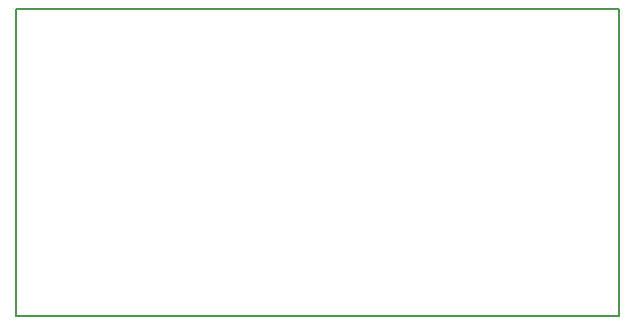
<source format=gko>
G04 Layer: BoardOutlineLayer*
G04 EasyEDA v6.5.8, 2022-07-18 23:19:08*
G04 1589dfe675ed41be9403e30dc75cfddf,10*
G04 Gerber Generator version 0.2*
G04 Scale: 100 percent, Rotated: No, Reflected: No *
G04 Dimensions in millimeters *
G04 leading zeros omitted , absolute positions ,4 integer and 5 decimal *
%FSLAX45Y45*%
%MOMM*%

%ADD10C,0.2000*%
D10*
X5100091Y-101D02*
G01*
X5100345Y-2600299D01*
X5100091Y-101D02*
G01*
X279Y-609D01*
X0Y0D02*
G01*
X0Y-2600960D01*
X25Y-2601061D02*
G01*
X5100345Y-2601061D01*

%LPD*%
M02*

</source>
